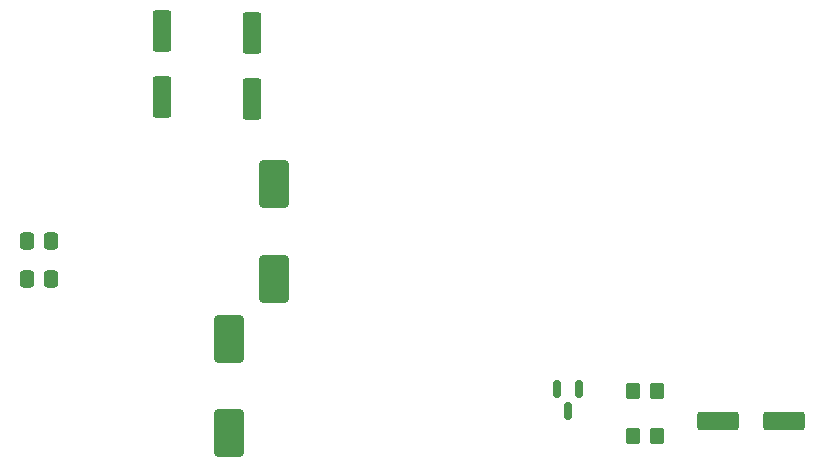
<source format=gbr>
%TF.GenerationSoftware,KiCad,Pcbnew,(6.0.0)*%
%TF.CreationDate,2023-02-02T14:05:36+00:00*%
%TF.ProjectId,GemToasterAmp,47656d54-6f61-4737-9465-72416d702e6b,rev?*%
%TF.SameCoordinates,Original*%
%TF.FileFunction,Paste,Bot*%
%TF.FilePolarity,Positive*%
%FSLAX46Y46*%
G04 Gerber Fmt 4.6, Leading zero omitted, Abs format (unit mm)*
G04 Created by KiCad (PCBNEW (6.0.0)) date 2023-02-02 14:05:36*
%MOMM*%
%LPD*%
G01*
G04 APERTURE LIST*
G04 Aperture macros list*
%AMRoundRect*
0 Rectangle with rounded corners*
0 $1 Rounding radius*
0 $2 $3 $4 $5 $6 $7 $8 $9 X,Y pos of 4 corners*
0 Add a 4 corners polygon primitive as box body*
4,1,4,$2,$3,$4,$5,$6,$7,$8,$9,$2,$3,0*
0 Add four circle primitives for the rounded corners*
1,1,$1+$1,$2,$3*
1,1,$1+$1,$4,$5*
1,1,$1+$1,$6,$7*
1,1,$1+$1,$8,$9*
0 Add four rect primitives between the rounded corners*
20,1,$1+$1,$2,$3,$4,$5,0*
20,1,$1+$1,$4,$5,$6,$7,0*
20,1,$1+$1,$6,$7,$8,$9,0*
20,1,$1+$1,$8,$9,$2,$3,0*%
G04 Aperture macros list end*
%ADD10RoundRect,0.250000X-0.337500X-0.475000X0.337500X-0.475000X0.337500X0.475000X-0.337500X0.475000X0*%
%ADD11RoundRect,0.250000X-0.350000X-0.450000X0.350000X-0.450000X0.350000X0.450000X-0.350000X0.450000X0*%
%ADD12RoundRect,0.250000X0.550000X-1.500000X0.550000X1.500000X-0.550000X1.500000X-0.550000X-1.500000X0*%
%ADD13RoundRect,0.250000X-1.500000X-0.550000X1.500000X-0.550000X1.500000X0.550000X-1.500000X0.550000X0*%
%ADD14RoundRect,0.150000X-0.150000X0.587500X-0.150000X-0.587500X0.150000X-0.587500X0.150000X0.587500X0*%
%ADD15RoundRect,0.250000X-1.000000X1.750000X-1.000000X-1.750000X1.000000X-1.750000X1.000000X1.750000X0*%
%ADD16RoundRect,0.250000X0.337500X0.475000X-0.337500X0.475000X-0.337500X-0.475000X0.337500X-0.475000X0*%
G04 APERTURE END LIST*
D10*
%TO.C,C4*%
X135890000Y-71120000D03*
X137965000Y-71120000D03*
%TD*%
D11*
%TO.C,R4*%
X187230000Y-83820000D03*
X189230000Y-83820000D03*
%TD*%
D12*
%TO.C,EC2*%
X147320000Y-58940000D03*
X147320000Y-53340000D03*
%TD*%
D13*
%TO.C,EC1*%
X194425000Y-86360000D03*
X200025000Y-86360000D03*
%TD*%
D14*
%TO.C,Q3*%
X180787000Y-83620500D03*
X182687000Y-83620500D03*
X181737000Y-85495500D03*
%TD*%
D11*
%TO.C,R5*%
X187230000Y-87630000D03*
X189230000Y-87630000D03*
%TD*%
D15*
%TO.C,EC5*%
X156845000Y-66295000D03*
X156845000Y-74295000D03*
%TD*%
%TO.C,EC3*%
X153035000Y-79375000D03*
X153035000Y-87375000D03*
%TD*%
D12*
%TO.C,EC4*%
X154940000Y-59055000D03*
X154940000Y-53455000D03*
%TD*%
D16*
%TO.C,C7*%
X137965000Y-74295000D03*
X135890000Y-74295000D03*
%TD*%
M02*

</source>
